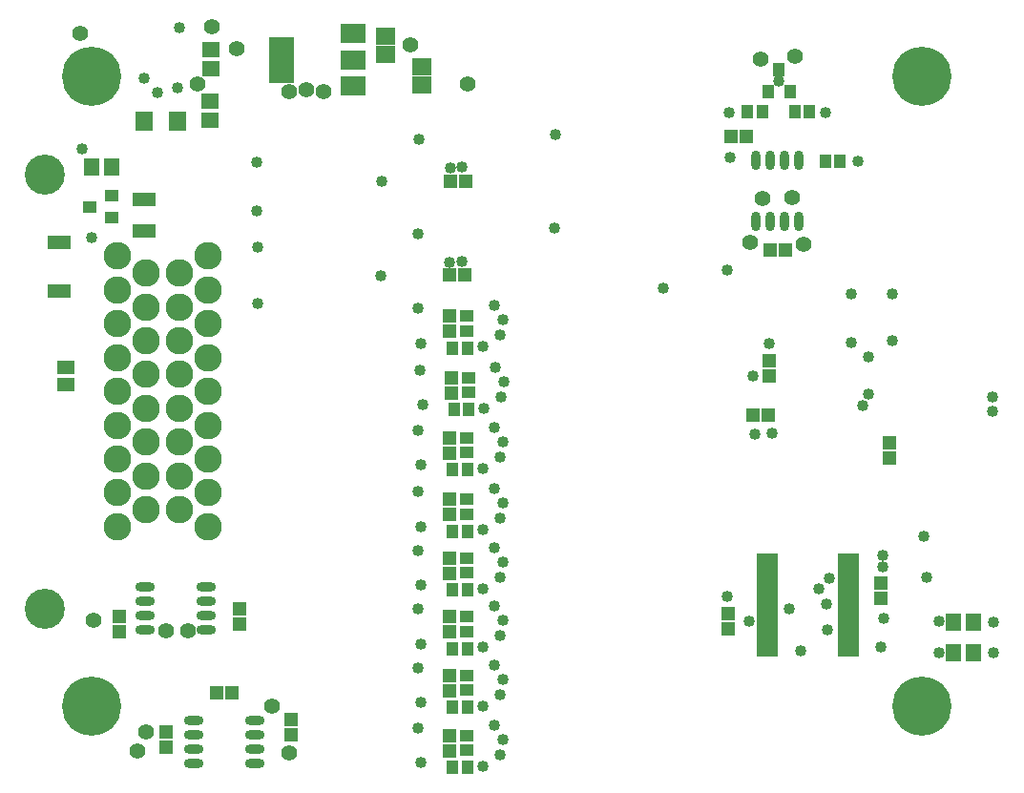
<source format=gbr>
%TF.GenerationSoftware,Altium Limited,Altium Designer,19.0.10 (269)*%
G04 Layer_Color=16711935*
%FSLAX26Y26*%
%MOIN*%
%TF.FileFunction,Soldermask,Bot*%
%TF.Part,Single*%
G01*
G75*
%TA.AperFunction,SMDPad,CuDef*%
%ADD58R,0.049370X0.045433*%
%ADD59R,0.055276X0.063150*%
%ADD60R,0.041496X0.045433*%
%ADD61R,0.088740X0.159606*%
%ADD62R,0.088740X0.069055*%
%ADD63R,0.063150X0.055276*%
%ADD64R,0.063150X0.067087*%
%ADD65O,0.067087X0.033622*%
%ADD66O,0.033622X0.067087*%
%ADD67R,0.043465X0.047402*%
%ADD68R,0.045433X0.049370*%
%ADD69R,0.074961X0.029291*%
%ADD70R,0.065118X0.061181*%
%ADD71R,0.059213X0.047402*%
%ADD72R,0.084803X0.045433*%
%ADD73R,0.045433X0.041496*%
%ADD74R,0.047402X0.043465*%
%ADD75R,0.080866X0.049370*%
%TA.AperFunction,ViaPad*%
%ADD76C,0.206850*%
%TA.AperFunction,ComponentPad*%
%ADD77C,0.096614*%
%ADD78C,0.139921*%
%TA.AperFunction,ViaPad*%
%ADD79C,0.040000*%
%ADD80C,0.055000*%
D58*
X2521143Y571654D02*
D03*
Y624803D02*
D03*
X3085000Y1221713D02*
D03*
Y1168563D02*
D03*
X816956Y641500D02*
D03*
Y588350D02*
D03*
X560000Y157792D02*
D03*
Y210941D02*
D03*
X996357Y201339D02*
D03*
Y254489D02*
D03*
X396026Y559882D02*
D03*
Y613032D02*
D03*
X2666542Y1453425D02*
D03*
Y1506575D02*
D03*
X3055000Y731378D02*
D03*
Y678228D02*
D03*
X1550000Y145000D02*
D03*
Y198150D02*
D03*
Y408150D02*
D03*
Y355000D02*
D03*
Y1023150D02*
D03*
Y970000D02*
D03*
Y1238150D02*
D03*
Y1185000D02*
D03*
Y818150D02*
D03*
Y765000D02*
D03*
Y613150D02*
D03*
Y560000D02*
D03*
X1555000Y1448150D02*
D03*
Y1395000D02*
D03*
X1550000Y1663150D02*
D03*
Y1610000D02*
D03*
D59*
X3379449Y486257D02*
D03*
X3310551D02*
D03*
X3379449Y595000D02*
D03*
X3310551D02*
D03*
X300551Y2183780D02*
D03*
X369449D02*
D03*
D60*
X2700000Y2524370D02*
D03*
X2737402Y2445630D02*
D03*
X2662599D02*
D03*
D61*
X963760Y2558661D02*
D03*
D62*
X1211791Y2468110D02*
D03*
Y2558661D02*
D03*
Y2649212D02*
D03*
D63*
X712892Y2414449D02*
D03*
Y2345551D02*
D03*
X715000Y2525551D02*
D03*
Y2594449D02*
D03*
D64*
X598071Y2345000D02*
D03*
X481929D02*
D03*
D65*
X700276Y716575D02*
D03*
Y666575D02*
D03*
Y616575D02*
D03*
Y566575D02*
D03*
X485709Y716575D02*
D03*
Y666575D02*
D03*
Y616575D02*
D03*
Y566575D02*
D03*
X655098Y101339D02*
D03*
Y151339D02*
D03*
Y201339D02*
D03*
Y251339D02*
D03*
X869665Y101339D02*
D03*
Y151339D02*
D03*
Y201339D02*
D03*
Y251339D02*
D03*
D66*
X2670000Y2207283D02*
D03*
X2720000D02*
D03*
X2770000Y1992716D02*
D03*
X2720000D02*
D03*
X2670000D02*
D03*
X2620000D02*
D03*
X2770000Y2207283D02*
D03*
X2620000D02*
D03*
D67*
X2641617Y2375636D02*
D03*
X2755436D02*
D03*
X2590436D02*
D03*
X2806617D02*
D03*
X2861424Y2205000D02*
D03*
X2912605D02*
D03*
X1559923Y86847D02*
D03*
X1611104D02*
D03*
X1559923Y296847D02*
D03*
X1611104D02*
D03*
X1559923Y911847D02*
D03*
X1611104D02*
D03*
X1559923Y1126847D02*
D03*
X1611104D02*
D03*
X1559923Y706847D02*
D03*
X1611104D02*
D03*
X1559923Y501847D02*
D03*
X1611104D02*
D03*
X1564923Y1336847D02*
D03*
X1616104D02*
D03*
X1559923Y1551847D02*
D03*
X1611104D02*
D03*
D68*
X2722644Y1895000D02*
D03*
X2669494D02*
D03*
X2533507Y2290163D02*
D03*
X2586657D02*
D03*
X1604934Y2134948D02*
D03*
X1551784D02*
D03*
X1602464Y1806389D02*
D03*
X1549315D02*
D03*
X735807Y347914D02*
D03*
X788957D02*
D03*
X2610439Y1318583D02*
D03*
X2663589D02*
D03*
D69*
X2942854Y820591D02*
D03*
Y795000D02*
D03*
Y769409D02*
D03*
Y743819D02*
D03*
Y718228D02*
D03*
Y692638D02*
D03*
Y667047D02*
D03*
Y641457D02*
D03*
Y615866D02*
D03*
Y590276D02*
D03*
Y564685D02*
D03*
Y539095D02*
D03*
Y513504D02*
D03*
Y487913D02*
D03*
X2657421Y820591D02*
D03*
Y795000D02*
D03*
Y769409D02*
D03*
Y743819D02*
D03*
Y718228D02*
D03*
Y692638D02*
D03*
Y667047D02*
D03*
Y641457D02*
D03*
Y615866D02*
D03*
Y590276D02*
D03*
Y564685D02*
D03*
Y539095D02*
D03*
Y513504D02*
D03*
Y487913D02*
D03*
D70*
X1326815Y2577165D02*
D03*
Y2640157D02*
D03*
X1453015Y2470827D02*
D03*
Y2533819D02*
D03*
D71*
X210000Y1483222D02*
D03*
Y1422199D02*
D03*
D72*
X185000Y1749370D02*
D03*
Y1920630D02*
D03*
D73*
X369370Y2007599D02*
D03*
Y2082402D02*
D03*
X290630Y2045000D02*
D03*
D74*
X1609528Y145981D02*
D03*
Y197162D02*
D03*
Y407162D02*
D03*
Y355981D02*
D03*
Y1022162D02*
D03*
Y970981D02*
D03*
Y1237162D02*
D03*
Y1185981D02*
D03*
Y817162D02*
D03*
Y765981D02*
D03*
Y612162D02*
D03*
Y560981D02*
D03*
X1614528Y1447162D02*
D03*
Y1395981D02*
D03*
X1609528Y1662162D02*
D03*
Y1610981D02*
D03*
D75*
X483307Y1960886D02*
D03*
Y2071122D02*
D03*
D76*
X300000Y300000D02*
D03*
Y2500000D02*
D03*
X3200000Y300000D02*
D03*
Y2500000D02*
D03*
D77*
X488425Y1695276D02*
D03*
Y1813386D02*
D03*
Y986614D02*
D03*
X606535D02*
D03*
X390000Y1872441D02*
D03*
Y1754331D02*
D03*
Y1636220D02*
D03*
Y1518110D02*
D03*
Y1400000D02*
D03*
Y1281890D02*
D03*
Y1163780D02*
D03*
Y1045669D02*
D03*
Y927559D02*
D03*
X488425Y1577165D02*
D03*
Y1459055D02*
D03*
Y1340945D02*
D03*
Y1222835D02*
D03*
Y1104724D02*
D03*
X606535Y1813386D02*
D03*
Y1695276D02*
D03*
Y1577165D02*
D03*
Y1459055D02*
D03*
Y1340945D02*
D03*
Y1222835D02*
D03*
Y1104724D02*
D03*
X704961Y1872441D02*
D03*
Y1754331D02*
D03*
Y1636220D02*
D03*
Y1518110D02*
D03*
Y1400000D02*
D03*
Y1281890D02*
D03*
Y1163780D02*
D03*
Y1045669D02*
D03*
Y927559D02*
D03*
D78*
X134095Y642126D02*
D03*
Y2157874D02*
D03*
D79*
X297603Y1937224D02*
D03*
X3445000Y1330000D02*
D03*
Y1380787D02*
D03*
X2675000Y1252835D02*
D03*
X2615098Y1251929D02*
D03*
X3096457Y1575740D02*
D03*
X2775000Y495000D02*
D03*
X2975000Y2205000D02*
D03*
X2530000Y2215736D02*
D03*
X2700000Y2485000D02*
D03*
X875000Y2200000D02*
D03*
Y2031074D02*
D03*
X880000Y1905000D02*
D03*
Y1707747D02*
D03*
X1552769Y2180224D02*
D03*
X1311108Y2133059D02*
D03*
X1917688Y2298559D02*
D03*
X1441322Y2279319D02*
D03*
X1915218Y1970000D02*
D03*
X1593593Y2182153D02*
D03*
X1440000Y1689361D02*
D03*
X1450000Y1567594D02*
D03*
X1705000Y1699361D02*
D03*
X1665513Y1557122D02*
D03*
X1734692Y1649367D02*
D03*
X1725513Y1597052D02*
D03*
X1445000Y1474361D02*
D03*
X1455000Y1352594D02*
D03*
X1710000Y1484361D02*
D03*
X1670513Y1342122D02*
D03*
X1739692Y1434367D02*
D03*
X1730513Y1382052D02*
D03*
X1440000Y1264361D02*
D03*
X1450000Y1142594D02*
D03*
X1705000Y1274361D02*
D03*
X1665513Y1132122D02*
D03*
X1734692Y1224367D02*
D03*
X1725513Y1172052D02*
D03*
X1440000Y1049361D02*
D03*
X1450000Y927594D02*
D03*
X1705000Y1059361D02*
D03*
X1665513Y917122D02*
D03*
X1734692Y1009367D02*
D03*
X1725513Y957052D02*
D03*
X1440000Y844361D02*
D03*
X1450000Y722594D02*
D03*
X1705000Y854361D02*
D03*
X1665513Y712122D02*
D03*
X1734692Y804367D02*
D03*
X1725513Y752052D02*
D03*
X1440000Y639361D02*
D03*
X1450000Y517594D02*
D03*
X1705000Y649361D02*
D03*
X1665513Y507122D02*
D03*
X1734692Y599367D02*
D03*
X1725513Y547052D02*
D03*
X1440000Y434361D02*
D03*
X1450000Y312594D02*
D03*
X1705000Y444361D02*
D03*
X1665513Y302122D02*
D03*
X1734692Y394367D02*
D03*
X1725513Y342052D02*
D03*
X604353Y2670508D02*
D03*
X530000Y2445000D02*
D03*
X2519221Y683264D02*
D03*
X2607486Y1455351D02*
D03*
X265000Y2248006D02*
D03*
X2870412Y566448D02*
D03*
X2735000Y641457D02*
D03*
X2865000Y658228D02*
D03*
X2875000Y746385D02*
D03*
X3205000Y892360D02*
D03*
X1308638Y1804500D02*
D03*
X1550299Y1851665D02*
D03*
X600305Y2461925D02*
D03*
X1438852Y1950759D02*
D03*
X2295000Y1759966D02*
D03*
X2519221Y1823969D02*
D03*
X3056059Y507911D02*
D03*
X3065000Y606025D02*
D03*
X3260000Y595509D02*
D03*
Y485768D02*
D03*
X3450000Y486257D02*
D03*
Y595000D02*
D03*
X2595000Y598225D02*
D03*
X482323Y2495000D02*
D03*
X1734692Y184367D02*
D03*
X3094646Y1740827D02*
D03*
X2951512D02*
D03*
X1705000Y234361D02*
D03*
X1450000Y102594D02*
D03*
X1440000Y224361D02*
D03*
X1665513Y92122D02*
D03*
X1725513Y132052D02*
D03*
X3215000Y750397D02*
D03*
X2839606Y708901D02*
D03*
X2666542Y1568775D02*
D03*
X3011967Y1520472D02*
D03*
X3013701Y1390472D02*
D03*
X2953228Y1570472D02*
D03*
X2993228Y1350472D02*
D03*
X1591124Y1853594D02*
D03*
X3061471Y828023D02*
D03*
Y788023D02*
D03*
X2526657Y2375163D02*
D03*
X2861657D02*
D03*
D80*
X2637014Y2561829D02*
D03*
X2755000Y2570000D02*
D03*
X2642919Y2075000D02*
D03*
X2744727Y2076266D02*
D03*
X2784652Y1913701D02*
D03*
X2600000Y1920000D02*
D03*
X1611104Y2473445D02*
D03*
X305000Y600000D02*
D03*
X990000Y137126D02*
D03*
X930000Y302122D02*
D03*
X460000Y145000D02*
D03*
X490000Y210941D02*
D03*
X560000Y564457D02*
D03*
X635000D02*
D03*
X1413852Y2610000D02*
D03*
X720000Y2675000D02*
D03*
X805000Y2597397D02*
D03*
X667912Y2475000D02*
D03*
X260000Y2649212D02*
D03*
X1107776Y2448661D02*
D03*
X1047776Y2453661D02*
D03*
X987776Y2448661D02*
D03*
%TF.MD5,1381f797886f9ebbb9c4a495868f0e84*%
M02*

</source>
